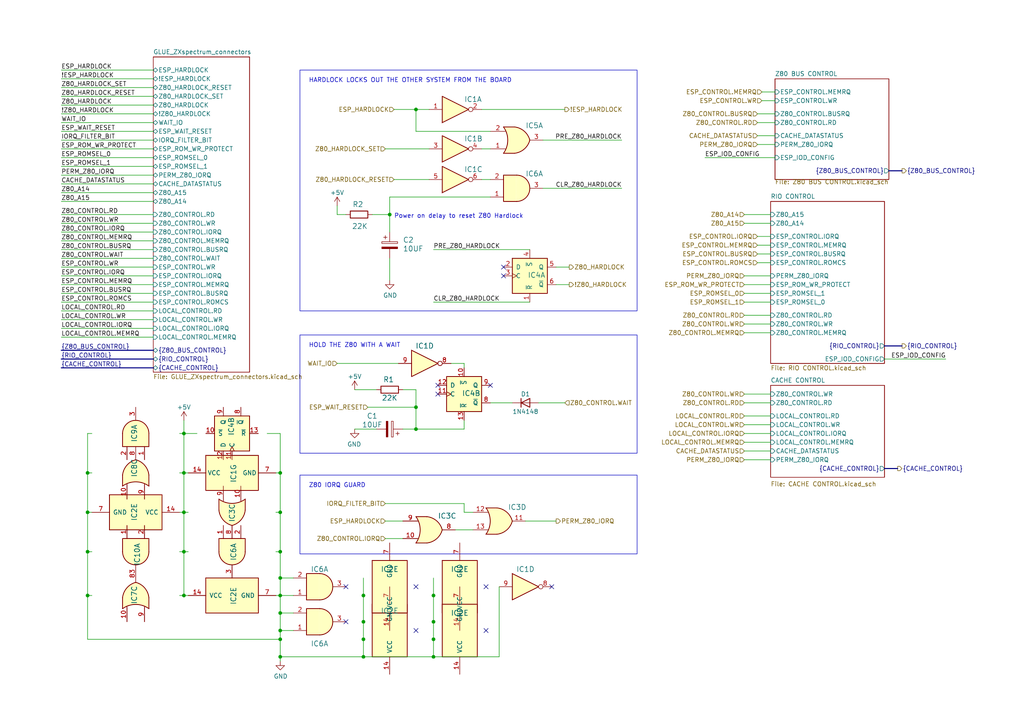
<source format=kicad_sch>
(kicad_sch (version 20230121) (generator eeschema)
  (paper "A4")
  (lib_symbols
    (symbol "74xx:74HC04"
      (property "Reference" "U" (at 0 1.27 0))
      (property "Value" "74HC04" (at 0 -1.27 0))
      (symbol "74HC04_1_0"
        (polyline (pts (xy -3.81 3.81) (xy -3.81 -3.81) (xy 3.81 0) (xy -3.81 3.81)) (stroke (width 0.254)) (fill (type background)))
        (pin input line (at -7.62 0 0) (length 3.81) (name "~") (number "1"))
        (pin output inverted (at 7.62 0 180) (length 3.81) (name "~") (number "2"))
      )
      (symbol "74HC04_2_0"
        (polyline (pts (xy -3.81 3.81) (xy -3.81 -3.81) (xy 3.81 0) (xy -3.81 3.81)) (stroke (width 0.254)) (fill (type background)))
        (pin input line (at -7.62 0 0) (length 3.81) (name "~") (number "3"))
        (pin output inverted (at 7.62 0 180) (length 3.81) (name "~") (number "4"))
      )
      (symbol "74HC04_3_0"
        (polyline (pts (xy -3.81 3.81) (xy -3.81 -3.81) (xy 3.81 0) (xy -3.81 3.81)) (stroke (width 0.254)) (fill (type background)))
        (pin input line (at -7.62 0 0) (length 3.81) (name "~") (number "5"))
        (pin output inverted (at 7.62 0 180) (length 3.81) (name "~") (number "6"))
      )
      (symbol "74HC04_4_0"
        (polyline (pts (xy -3.81 3.81) (xy -3.81 -3.81) (xy 3.81 0) (xy -3.81 3.81)) (stroke (width 0.254)) (fill (type background)))
        (pin output inverted (at 7.62 0 180) (length 3.81) (name "~") (number "8"))
        (pin input line (at -7.62 0 0) (length 3.81) (name "~") (number "9"))
      )
      (symbol "74HC04_5_0"
        (polyline (pts (xy -3.81 3.81) (xy -3.81 -3.81) (xy 3.81 0) (xy -3.81 3.81)) (stroke (width 0.254)) (fill (type background)))
        (pin output inverted (at 7.62 0 180) (length 3.81) (name "~") (number "10"))
        (pin input line (at -7.62 0 0) (length 3.81) (name "~") (number "11"))
      )
      (symbol "74HC04_6_0"
        (polyline (pts (xy -3.81 3.81) (xy -3.81 -3.81) (xy 3.81 0) (xy -3.81 3.81)) (stroke (width 0.254)) (fill (type background)))
        (pin output inverted (at 7.62 0 180) (length 3.81) (name "~") (number "12"))
        (pin input line (at -7.62 0 0) (length 3.81) (name "~") (number "13"))
      )
      (symbol "74HC04_7_0"
        (pin power_in line (at 0 12.7 270) (length 5.08) (name "VCC") (number "14"))
        (pin power_in line (at 0 -12.7 90) (length 5.08) (name "GND") (number "7"))
      )
      (symbol "74HC04_7_1"
        (rectangle (start -5.08 7.62) (end 5.08 -7.62) (stroke (width 0.254)) (fill (type background)))
      )
    )
    (symbol "74xx:74HC74" (pin_names (offset 1.016))
      (property "Reference" "U" (at -7.62 8.89 0))
      (property "Value" "74HC74" (at -7.62 -8.89 0))
      (symbol "74HC74_1_0"
        (pin input line (at 0 -7.62 90) (length 2.54) (name "~{R}") (number "1"))
        (pin input line (at -7.62 2.54 0) (length 2.54) (name "D") (number "2"))
        (pin input clock (at -7.62 0 0) (length 2.54) (name "C") (number "3"))
        (pin input line (at 0 7.62 270) (length 2.54) (name "~{S}") (number "4"))
        (pin output line (at 7.62 2.54 180) (length 2.54) (name "Q") (number "5"))
        (pin output line (at 7.62 -2.54 180) (length 2.54) (name "~{Q}") (number "6"))
      )
      (symbol "74HC74_1_1"
        (rectangle (start -5.08 5.08) (end 5.08 -5.08) (stroke (width 0.254)) (fill (type background)))
      )
      (symbol "74HC74_2_0"
        (pin input line (at 0 7.62 270) (length 2.54) (name "~{S}") (number "10"))
        (pin input clock (at -7.62 0 0) (length 2.54) (name "C") (number "11"))
        (pin input line (at -7.62 2.54 0) (length 2.54) (name "D") (number "12"))
        (pin input line (at 0 -7.62 90) (length 2.54) (name "~{R}") (number "13"))
        (pin output line (at 7.62 -2.54 180) (length 2.54) (name "~{Q}") (number "8"))
        (pin output line (at 7.62 2.54 180) (length 2.54) (name "Q") (number "9"))
      )
      (symbol "74HC74_2_1"
        (rectangle (start -5.08 5.08) (end 5.08 -5.08) (stroke (width 0.254)) (fill (type background)))
      )
      (symbol "74HC74_3_0"
        (pin power_in line (at 0 10.16 270) (length 2.54) (name "VCC") (number "14"))
        (pin power_in line (at 0 -10.16 90) (length 2.54) (name "GND") (number "7"))
      )
      (symbol "74HC74_3_1"
        (rectangle (start -5.08 7.62) (end 5.08 -7.62) (stroke (width 0.254)) (fill (type background)))
      )
    )
    (symbol "74xx:74LS08" (pin_names (offset 1.016))
      (property "Reference" "U" (at 0 1.27 0))
      (property "Value" "74LS08" (at 0 -1.27 0))
      (symbol "74LS08_1_1"
        (arc (start 0 -3.81) (mid 3.7934 0) (end 0 3.81) (stroke (width 0.254)) (fill (type background)))
        (polyline (pts (xy 0 3.81) (xy -3.81 3.81) (xy -3.81 -3.81) (xy 0 -3.81)) (stroke (width 0.254)) (fill (type background)))
        (pin input line (at -7.62 2.54 0) (length 3.81) (name "~") (number "1"))
        (pin input line (at -7.62 -2.54 0) (length 3.81) (name "~") (number "2"))
        (pin output line (at 7.62 0 180) (length 3.81) (name "~") (number "3"))
      )
      (symbol "74LS08_1_2"
        (arc (start -3.81 -3.81) (mid -2.589 0) (end -3.81 3.81) (stroke (width 0.254)))
        (arc (start -0.6096 -3.81) (mid 2.1842 -2.5851) (end 3.81 0) (stroke (width 0.254)) (fill (type background)))
        (polyline (pts (xy -3.81 -3.81) (xy -0.635 -3.81)) (stroke (width 0.254)) (fill (type background)))
        (polyline (pts (xy -3.81 3.81) (xy -0.635 3.81)) (stroke (width 0.254)) (fill (type background)))
        (polyline (pts (xy -0.635 3.81) (xy -3.81 3.81) (xy -3.81 3.81) (xy -3.556 3.4036) (xy -3.0226 2.2606) (xy -2.6924 1.0414) (xy -2.6162 -0.254) (xy -2.7686 -1.4986) (xy -3.175 -2.7178) (xy -3.81 -3.81) (xy -3.81 -3.81) (xy -0.635 -3.81)) (stroke (width -25.4)) (fill (type background)))
        (arc (start 3.81 0) (mid 2.1915 2.5936) (end -0.6096 3.81) (stroke (width 0.254)) (fill (type background)))
        (pin input inverted (at -7.62 2.54 0) (length 4.318) (name "~") (number "1"))
        (pin input inverted (at -7.62 -2.54 0) (length 4.318) (name "~") (number "2"))
        (pin output inverted (at 7.62 0 180) (length 3.81) (name "~") (number "3"))
      )
      (symbol "74LS08_2_1"
        (arc (start 0 -3.81) (mid 3.7934 0) (end 0 3.81) (stroke (width 0.254)) (fill (type background)))
        (polyline (pts (xy 0 3.81) (xy -3.81 3.81) (xy -3.81 -3.81) (xy 0 -3.81)) (stroke (width 0.254)) (fill (type background)))
        (pin input line (at -7.62 2.54 0) (length 3.81) (name "~") (number "4"))
        (pin input line (at -7.62 -2.54 0) (length 3.81) (name "~") (number "5"))
        (pin output line (at 7.62 0 180) (length 3.81) (name "~") (number "6"))
      )
      (symbol "74LS08_2_2"
        (arc (start -3.81 -3.81) (mid -2.589 0) (end -3.81 3.81) (stroke (width 0.254)))
        (arc (start -0.6096 -3.81) (mid 2.1842 -2.5851) (end 3.81 0) (stroke (width 0.254)) (fill (type background)))
        (polyline (pts (xy -3.81 -3.81) (xy -0.635 -3.81)) (stroke (width 0.254)) (fill (type background)))
        (polyline (pts (xy -3.81 3.81) (xy -0.635 3.81)) (stroke (width 0.254)) (fill (type background)))
        (polyline (pts (xy -0.635 3.81) (xy -3.81 3.81) (xy -3.81 3.81) (xy -3.556 3.4036) (xy -3.0226 2.2606) (xy -2.6924 1.0414) (xy -2.6162 -0.254) (xy -2.7686 -1.4986) (xy -3.175 -2.7178) (xy -3.81 -3.81) (xy -3.81 -3.81) (xy -0.635 -3.81)) (stroke (width -25.4)) (fill (type background)))
        (arc (start 3.81 0) (mid 2.1915 2.5936) (end -0.6096 3.81) (stroke (width 0.254)) (fill (type background)))
        (pin input inverted (at -7.62 2.54 0) (length 4.318) (name "~") (number "4"))
        (pin input inverted (at -7.62 -2.54 0) (length 4.318) (name "~") (number "5"))
        (pin output inverted (at 7.62 0 180) (length 3.81) (name "~") (number "6"))
      )
      (symbol "74LS08_3_1"
        (arc (start 0 -3.81) (mid 3.7934 0) (end 0 3.81) (stroke (width 0.254)) (fill (type background)))
        (polyline (pts (xy 0 3.81) (xy -3.81 3.81) (xy -3.81 -3.81) (xy 0 -3.81)) (stroke (width 0.254)) (fill (type background)))
        (pin input line (at -7.62 -2.54 0) (length 3.81) (name "~") (number "10"))
        (pin output line (at 7.62 0 180) (length 3.81) (name "~") (number "8"))
        (pin input line (at -7.62 2.54 0) (length 3.81) (name "~") (number "9"))
      )
      (symbol "74LS08_3_2"
        (arc (start -3.81 -3.81) (mid -2.589 0) (end -3.81 3.81) (stroke (width 0.254)))
        (arc (start -0.6096 -3.81) (mid 2.1842 -2.5851) (end 3.81 0) (stroke (width 0.254)) (fill (type background)))
        (polyline (pts (xy -3.81 -3.81) (xy -0.635 -3.81)) (stroke (width 0.254)) (fill (type background)))
        (polyline (pts (xy -3.81 3.81) (xy -0.635 3.81)) (stroke (width 0.254)) (fill (type background)))
        (polyline (pts (xy -0.635 3.81) (xy -3.81 3.81) (xy -3.81 3.81) (xy -3.556 3.4036) (xy -3.0226 2.2606) (xy -2.6924 1.0414) (xy -2.6162 -0.254) (xy -2.7686 -1.4986) (xy -3.175 -2.7178) (xy -3.81 -3.81) (xy -3.81 -3.81) (xy -0.635 -3.81)) (stroke (width -25.4)) (fill (type background)))
        (arc (start 3.81 0) (mid 2.1915 2.5936) (end -0.6096 3.81) (stroke (width 0.254)) (fill (type background)))
        (pin input inverted (at -7.62 -2.54 0) (length 4.318) (name "~") (number "10"))
        (pin output inverted (at 7.62 0 180) (length 3.81) (name "~") (number "8"))
        (pin input inverted (at -7.62 2.54 0) (length 4.318) (name "~") (number "9"))
      )
      (symbol "74LS08_4_1"
        (arc (start 0 -3.81) (mid 3.7934 0) (end 0 3.81) (stroke (width 0.254)) (fill (type background)))
        (polyline (pts (xy 0 3.81) (xy -3.81 3.81) (xy -3.81 -3.81) (xy 0 -3.81)) (stroke (width 0.254)) (fill (type background)))
        (pin output line (at 7.62 0 180) (length 3.81) (name "~") (number "11"))
        (pin input line (at -7.62 2.54 0) (length 3.81) (name "~") (number "12"))
        (pin input line (at -7.62 -2.54 0) (length 3.81) (name "~") (number "13"))
      )
      (symbol "74LS08_4_2"
        (arc (start -3.81 -3.81) (mid -2.589 0) (end -3.81 3.81) (stroke (width 0.254)))
        (arc (start -0.6096 -3.81) (mid 2.1842 -2.5851) (end 3.81 0) (stroke (width 0.254)) (fill (type background)))
        (polyline (pts (xy -3.81 -3.81) (xy -0.635 -3.81)) (stroke (width 0.254)) (fill (type background)))
        (polyline (pts (xy -3.81 3.81) (xy -0.635 3.81)) (stroke (width 0.254)) (fill (type background)))
        (polyline (pts (xy -0.635 3.81) (xy -3.81 3.81) (xy -3.81 3.81) (xy -3.556 3.4036) (xy -3.0226 2.2606) (xy -2.6924 1.0414) (xy -2.6162 -0.254) (xy -2.7686 -1.4986) (xy -3.175 -2.7178) (xy -3.81 -3.81) (xy -3.81 -3.81) (xy -0.635 -3.81)) (stroke (width -25.4)) (fill (type background)))
        (arc (start 3.81 0) (mid 2.1915 2.5936) (end -0.6096 3.81) (stroke (width 0.254)) (fill (type background)))
        (pin output inverted (at 7.62 0 180) (length 3.81) (name "~") (number "11"))
        (pin input inverted (at -7.62 2.54 0) (length 4.318) (name "~") (number "12"))
        (pin input inverted (at -7.62 -2.54 0) (length 4.318) (name "~") (number "13"))
      )
      (symbol "74LS08_5_0"
        (pin power_in line (at 0 12.7 270) (length 5.08) (name "VCC") (number "14"))
        (pin power_in line (at 0 -12.7 90) (length 5.08) (name "GND") (number "7"))
      )
      (symbol "74LS08_5_1"
        (rectangle (start -5.08 7.62) (end 5.08 -7.62) (stroke (width 0.254)) (fill (type background)))
      )
    )
    (symbol "74xx:74LS32" (pin_names (offset 1.016))
      (property "Reference" "U" (at 0 1.27 0))
      (property "Value" "74LS32" (at 0 -1.27 0))
      (symbol "74LS32_1_1"
        (arc (start -3.81 -3.81) (mid -2.589 0) (end -3.81 3.81) (stroke (width 0.254)))
        (arc (start -0.6096 -3.81) (mid 2.1842 -2.5851) (end 3.81 0) (stroke (width 0.254)) (fill (type background)))
        (polyline (pts (xy -3.81 -3.81) (xy -0.635 -3.81)) (stroke (width 0.254)) (fill (type background)))
        (polyline (pts (xy -3.81 3.81) (xy -0.635 3.81)) (stroke (width 0.254)) (fill (type background)))
        (polyline (pts (xy -0.635 3.81) (xy -3.81 3.81) (xy -3.81 3.81) (xy -3.556 3.4036) (xy -3.0226 2.2606) (xy -2.6924 1.0414) (xy -2.6162 -0.254) (xy -2.7686 -1.4986) (xy -3.175 -2.7178) (xy -3.81 -3.81) (xy -3.81 -3.81) (xy -0.635 -3.81)) (stroke (width -25.4)) (fill (type background)))
        (arc (start 3.81 0) (mid 2.1915 2.5936) (end -0.6096 3.81) (stroke (width 0.254)) (fill (type background)))
        (pin input line (at -7.62 2.54 0) (length 4.318) (name "~") (number "1"))
        (pin input line (at -7.62 -2.54 0) (length 4.318) (name "~") (number "2"))
        (pin output line (at 7.62 0 180) (length 3.81) (name "~") (number "3"))
      )
      (symbol "74LS32_1_2"
        (arc (start 0 -3.81) (mid 3.7934 0) (end 0 3.81) (stroke (width 0.254)) (fill (type background)))
        (polyline (pts (xy 0 3.81) (xy -3.81 3.81) (xy -3.81 -3.81) (xy 0 -3.81)) (stroke (width 0.254)) (fill (type background)))
        (pin input inverted (at -7.62 2.54 0) (length 3.81) (name "~") (number "1"))
        (pin input inverted (at -7.62 -2.54 0) (length 3.81) (name "~") (number "2"))
        (pin output inverted (at 7.62 0 180) (length 3.81) (name "~") (number "3"))
      )
      (symbol "74LS32_2_1"
        (arc (start -3.81 -3.81) (mid -2.589 0) (end -3.81 3.81) (stroke (width 0.254)))
        (arc (start -0.6096 -3.81) (mid 2.1842 -2.5851) (end 3.81 0) (stroke (width 0.254)) (fill (type background)))
        (polyline (pts (xy -3.81 -3.81) (xy -0.635 -3.81)) (stroke (width 0.254)) (fill (type background)))
        (polyline (pts (xy -3.81 3.81) (xy -0.635 3.81)) (stroke (width 0.254)) (fill (type background)))
        (polyline (pts (xy -0.635 3.81) (xy -3.81 3.81) (xy -3.81 3.81) (xy -3.556 3.4036) (xy -3.0226 2.2606) (xy -2.6924 1.0414) (xy -2.6162 -0.254) (xy -2.7686 -1.4986) (xy -3.175 -2.7178) (xy -3.81 -3.81) (xy -3.81 -3.81) (xy -0.635 -3.81)) (stroke (width -25.4)) (fill (type background)))
        (arc (start 3.81 0) (mid 2.1915 2.5936) (end -0.6096 3.81) (stroke (width 0.254)) (fill (type background)))
        (pin input line (at -7.62 2.54 0) (length 4.318) (name "~") (number "4"))
        (pin input line (at -7.62 -2.54 0) (length 4.318) (name "~") (number "5"))
        (pin output line (at 7.62 0 180) (length 3.81) (name "~") (number "6"))
      )
      (symbol "74LS32_2_2"
        (arc (start 0 -3.81) (mid 3.7934 0) (end 0 3.81) (stroke (width 0.254)) (fill (type background)))
        (polyline (pts (xy 0 3.81) (xy -3.81 3.81) (xy -3.81 -3.81) (xy 0 -3.81)) (stroke (width 0.254)) (fill (type background)))
        (pin input inverted (at -7.62 2.54 0) (length 3.81) (name "~") (number "4"))
        (pin input inverted (at -7.62 -2.54 0) (length 3.81) (name "~") (number "5"))
        (pin output inverted (at 7.62 0 180) (length 3.81) (name "~") (number "6"))
      )
      (symbol "74LS32_3_1"
        (arc (start -3.81 -3.81) (mid -2.589 0) (end -3.81 3.81) (stroke (width 0.254)))
        (arc (start -0.6096 -3.81) (mid 2.1842 -2.5851) (end 3.81 0) (stroke (width 0.254)) (fill (type background)))
        (polyline (pts (xy -3.81 -3.81) (xy -0.635 -3.81)) (stroke (width 0.254)) (fill (type background)))
        (polyline (pts (xy -3.81 3.81) (xy -0.635 3.81)) (stroke (width 0.254)) (fill (type background)))
        (polyline (pts (xy -0.635 3.81) (xy -3.81 3.81) (xy -3.81 3.81) (xy -3.556 3.4036) (xy -3.0226 2.2606) (xy -2.6924 1.0414) (xy -2.6162 -0.254) (xy -2.7686 -1.4986) (xy -3.175 -2.7178) (xy -3.81 -3.81) (xy -3.81 -3.81) (xy -0.635 -3.81)) (stroke (width -25.4)) (fill (type background)))
        (arc (start 3.81 0) (mid 2.1915 2.5936) (end -0.6096 3.81) (stroke (width 0.254)) (fill (type background)))
        (pin input line (at -7.62 -2.54 0) (length 4.318) (name "~") (number "10"))
        (pin output line (at 7.62 0 180) (length 3.81) (name "~") (number "8"))
        (pin input line (at -7.62 2.54 0) (length 4.318) (name "~") (number "9"))
      )
      (symbol "74LS32_3_2"
        (arc (start 0 -3.81) (mid 3.7934 0) (end 0 3.81) (stroke (width 0.254)) (fill (type background)))
        (polyline (pts (xy 0 3.81) (xy -3.81 3.81) (xy -3.81 -3.81) (xy 0 -3.81)) (stroke (width 0.254)) (fill (type background)))
        (pin input inverted (at -7.62 -2.54 0) (length 3.81) (name "~") (number "10"))
        (pin output inverted (at 7.62 0 180) (length 3.81) (name "~") (number "8"))
        (pin input inverted (at -7.62 2.54 0) (length 3.81) (name "~") (number "9"))
      )
      (symbol "74LS32_4_1"
        (arc (start -3.81 -3.81) (mid -2.589 0) (end -3.81 3.81) (stroke (width 0.254)))
        (arc (start -0.6096 -3.81) (mid 2.1842 -2.5851) (end 3.81 0) (stroke (width 0.254)) (fill (type background)))
        (polyline (pts (xy -3.81 -3.81) (xy -0.635 -3.81)) (stroke (width 0.254)) (fill (type background)))
        (polyline (pts (xy -3.81 3.81) (xy -0.635 3.81)) (stroke (width 0.254)) (fill (type background)))
        (polyline (pts (xy -0.635 3.81) (xy -3.81 3.81) (xy -3.81 3.81) (xy -3.556 3.4036) (xy -3.0226 2.2606) (xy -2.6924 1.0414) (xy -2.6162 -0.254) (xy -2.7686 -1.4986) (xy -3.175 -2.7178) (xy -3.81 -3.81) (xy -3.81 -3.81) (xy -0.635 -3.81)) (stroke (width -25.4)) (fill (type background)))
        (arc (start 3.81 0) (mid 2.1915 2.5936) (end -0.6096 3.81) (stroke (width 0.254)) (fill (type background)))
        (pin output line (at 7.62 0 180) (length 3.81) (name "~") (number "11"))
        (pin input line (at -7.62 2.54 0) (length 4.318) (name "~") (number "12"))
        (pin input line (at -7.62 -2.54 0) (length 4.318) (name "~") (number "13"))
      )
      (symbol "74LS32_4_2"
        (arc (start 0 -3.81) (mid 3.7934 0) (end 0 3.81) (stroke (width 0.254)) (fill (type background)))
        (polyline (pts (xy 0 3.81) (xy -3.81 3.81) (xy -3.81 -3.81) (xy 0 -3.81)) (stroke (width 0.254)) (fill (type background)))
        (pin output inverted (at 7.62 0 180) (length 3.81) (name "~") (number "11"))
        (pin input inverted (at -7.62 2.54 0) (length 3.81) (name "~") (number "12"))
        (pin input inverted (at -7.62 -2.54 0) (length 3.81) (name "~") (number "13"))
      )
      (symbol "74LS32_5_0"
        (pin power_in line (at 0 12.7 270) (length 5.08) (name "VCC") (number "14"))
        (pin power_in line (at 0 -12.7 90) (length 5.08) (name "GND") (number "7"))
      )
      (symbol "74LS32_5_1"
        (rectangle (start -5.08 7.62) (end 5.08 -7.62) (stroke (width 0.254)) (fill (type background)))
      )
    )
    (symbol "Device:C_Polarized" (pin_numbers hide) (pin_names (offset 0.254))
      (property "Reference" "C" (at 0.635 2.54 0))
      (property "Value" "C_Polarized" (at 0.635 -2.54 0))
      (symbol "C_Polarized_0_1"
        (rectangle (start -2.286 0.508) (end 2.286 1.016))
        (polyline (pts (xy -1.778 2.286) (xy -0.762 2.286)))
        (polyline (pts (xy -1.27 2.794) (xy -1.27 1.778)))
        (rectangle (start 2.286 -0.508) (end -2.286 -1.016) (fill (type outline)))
      )
      (symbol "C_Polarized_1_1"
        (pin passive line (at 0 3.81 270) (length 2.794) (name "~") (number "1"))
        (pin passive line (at 0 -3.81 90) (length 2.794) (name "~") (number "2"))
      )
    )
    (symbol "Device:D" (pin_numbers hide) (pin_names (offset 1.016) hide)
      (property "Reference" "D" (at 0 2.54 0))
      (property "Value" "D" (at 0 -2.54 0))
      (symbol "D_0_1"
        (polyline (pts (xy -1.27 1.27) (xy -1.27 -1.27)) (stroke (width 0.254)))
        (polyline (pts (xy 1.27 0) (xy -1.27 0)))
        (polyline (pts (xy 1.27 1.27) (xy 1.27 -1.27) (xy -1.27 0) (xy 1.27 1.27)) (stroke (width 0.254)))
      )
      (symbol "D_1_1"
        (pin passive line (at -3.81 0 0) (length 2.54) (name "K") (number "1"))
        (pin passive line (at 3.81 0 180) (length 2.54) (name "A") (number "2"))
      )
    )
    (symbol "Device:R" (pin_numbers hide) (pin_names (offset 0))
      (property "Reference" "R" (at 2.032 0 90))
      (property "Value" "R" (at 0 0 90))
      (symbol "R_0_1"
        (rectangle (start -1.016 -2.54) (end 1.016 2.54) (stroke (width 0.254)))
      )
      (symbol "R_1_1"
        (pin passive line (at 0 3.81 270) (length 1.27) (name "~") (number "1"))
        (pin passive line (at 0 -3.81 90) (length 1.27) (name "~") (number "2"))
      )
    )
    (symbol "power:+5V" (power) (pin_names (offset 0))
      (property "Value" "+5V" (at 0 3.556 0))
      (symbol "+5V_0_1"
        (polyline (pts (xy -0.762 1.27) (xy 0 2.54)))
        (polyline (pts (xy 0 0) (xy 0 2.54)))
        (polyline (pts (xy 0 2.54) (xy 0.762 1.27)))
      )
      (symbol "+5V_1_1"
        (pin power_in line (at 0 0 90) (length 0) hide (name "+5V") (number "1"))
      )
    )
    (symbol "power:GND" (power) (pin_names (offset 0))
      (property "Value" "GND" (at 0 -3.81 0))
      (symbol "GND_0_1"
        (polyline (pts (xy 0 0) (xy 0 -1.27) (xy 1.27 -1.27) (xy 0 -2.54) (xy -1.27 -1.27) (xy 0 -1.27)))
      )
      (symbol "GND_1_1"
        (pin power_in line (at 0 0 270) (length 0) hide (name "GND") (number "1"))
      )
    )
  )
  (junction (at 105.41 190.5))
  (junction (at 125.73 180.34))
  (junction (at 25.4 148.59))
  (junction (at 125.73 172.72))
  (junction (at 25.4 172.72))
  (junction (at 81.28 177.8))
  (junction (at 120.65 124.46))
  (junction (at 120.65 31.75))
  (junction (at 105.41 185.42))
  (junction (at 81.28 167.64))
  (junction (at 53.34 125.73))
  (junction (at 105.41 172.72))
  (junction (at 113.03 62.23))
  (junction (at 53.34 160.02))
  (junction (at 25.4 160.02))
  (junction (at 125.73 185.42))
  (junction (at 25.4 137.16))
  (junction (at 81.28 160.02))
  (junction (at 81.28 137.16))
  (junction (at 81.28 190.5))
  (junction (at 81.28 182.88))
  (junction (at 120.65 118.11))
  (junction (at 53.34 137.16))
  (junction (at 53.34 148.59))
  (junction (at 125.73 190.5))
  (junction (at 81.28 185.42))
  (junction (at 81.28 148.59))
  (junction (at 53.34 172.72))
  (junction (at 105.41 180.34))
  (junction (at 81.28 172.72))
  (no_connect (at 100.33 170.18))
  (no_connect (at 100.33 180.34))
  (no_connect (at 146.05 80.01))
  (no_connect (at 146.05 77.47))
  (no_connect (at 142.24 111.76))
  (no_connect (at 127 111.76))
  (no_connect (at 127 114.3))
  (no_connect (at 120.65 182.88))
  (no_connect (at 160.02 170.18))
  (no_connect (at 140.97 182.88))
  (no_connect (at 120.65 170.18))
  (no_connect (at 140.97 170.18))
  (wire (pts (xy 139.7 43.18) (xy 142.24 43.18)))
  (wire (pts (xy 220.98 29.21) (xy 224.79 29.21)))
  (wire (pts (xy 102.87 113.03) (xy 109.22 113.03)))
  (wire (pts (xy 80.01 172.72) (xy 81.28 172.72)))
  (wire (pts (xy 80.01 148.59) (xy 81.28 148.59)))
  (wire (pts (xy 113.03 57.15) (xy 142.24 57.15)))
  (wire (pts (xy 17.78 30.48) (xy 44.45 30.48)))
  (wire (pts (xy 144.78 190.5) (xy 125.73 190.5)))
  (wire (pts (xy 81.28 160.02) (xy 81.28 167.64)))
  (wire (pts (xy 53.34 160.02) (xy 54.61 160.02)))
  (wire (pts (xy 116.84 124.46) (xy 120.65 124.46)))
  (wire (pts (xy 157.48 54.61) (xy 180.34 54.61)))
  (wire (pts (xy 215.9 91.44) (xy 223.52 91.44)))
  (wire (pts (xy 17.78 67.31) (xy 44.45 67.31)))
  (wire (pts (xy 139.7 31.75) (xy 163.83 31.75)))
  (wire (pts (xy 80.01 137.16) (xy 81.28 137.16)))
  (wire (pts (xy 25.4 172.72) (xy 25.4 185.42)))
  (wire (pts (xy 215.9 85.09) (xy 223.52 85.09)))
  (wire (pts (xy 142.24 38.1) (xy 120.65 38.1)))
  (bus (pts (xy 17.78 101.6) (xy 44.45 101.6)))
  (wire (pts (xy 52.07 125.73) (xy 53.34 125.73)))
  (wire (pts (xy 81.28 182.88) (xy 85.09 182.88)))
  (wire (pts (xy 125.73 72.39) (xy 153.67 72.39)))
  (wire (pts (xy 81.28 185.42) (xy 81.28 190.5)))
  (wire (pts (xy 215.9 114.3) (xy 223.52 114.3)))
  (wire (pts (xy 81.28 190.5) (xy 81.28 191.77)))
  (wire (pts (xy 105.41 167.64) (xy 105.41 172.72)))
  (wire (pts (xy 17.78 22.86) (xy 44.45 22.86)))
  (wire (pts (xy 124.46 52.07) (xy 114.3 52.07)))
  (wire (pts (xy 53.34 121.92) (xy 53.34 125.73)))
  (wire (pts (xy 17.78 50.8) (xy 44.45 50.8)))
  (wire (pts (xy 53.34 137.16) (xy 54.61 137.16)))
  (wire (pts (xy 17.78 77.47) (xy 44.45 77.47)))
  (wire (pts (xy 165.1 77.47) (xy 161.29 77.47)))
  (wire (pts (xy 116.84 151.13) (xy 111.76 151.13)))
  (wire (pts (xy 215.9 125.73) (xy 223.52 125.73)))
  (wire (pts (xy 124.46 43.18) (xy 111.76 43.18)))
  (wire (pts (xy 81.28 137.16) (xy 81.28 148.59)))
  (wire (pts (xy 17.78 58.42) (xy 44.45 58.42)))
  (wire (pts (xy 97.79 105.41) (xy 115.57 105.41)))
  (wire (pts (xy 223.52 133.35) (xy 215.9 133.35)))
  (wire (pts (xy 17.78 45.72) (xy 44.45 45.72)))
  (wire (pts (xy 25.4 160.02) (xy 26.67 160.02)))
  (wire (pts (xy 111.76 146.05) (xy 134.62 146.05)))
  (wire (pts (xy 215.9 80.01) (xy 223.52 80.01)))
  (wire (pts (xy 17.78 82.55) (xy 44.45 82.55)))
  (wire (pts (xy 142.24 116.84) (xy 148.59 116.84)))
  (wire (pts (xy 157.48 40.64) (xy 180.34 40.64)))
  (wire (pts (xy 219.71 41.91) (xy 224.79 41.91)))
  (wire (pts (xy 17.78 27.94) (xy 44.45 27.94)))
  (wire (pts (xy 105.41 185.42) (xy 105.41 190.5)))
  (wire (pts (xy 17.78 33.02) (xy 44.45 33.02)))
  (wire (pts (xy 120.65 113.03) (xy 116.84 113.03)))
  (wire (pts (xy 152.4 151.13) (xy 161.29 151.13)))
  (wire (pts (xy 85.09 177.8) (xy 81.28 177.8)))
  (wire (pts (xy 144.78 170.18) (xy 144.78 190.5)))
  (wire (pts (xy 219.71 35.56) (xy 224.79 35.56)))
  (wire (pts (xy 139.7 52.07) (xy 142.24 52.07)))
  (bus (pts (xy 17.78 104.14) (xy 44.45 104.14)))
  (wire (pts (xy 125.73 185.42) (xy 125.73 190.5)))
  (wire (pts (xy 25.4 172.72) (xy 26.67 172.72)))
  (wire (pts (xy 156.21 116.84) (xy 163.83 116.84)))
  (wire (pts (xy 120.65 124.46) (xy 134.62 124.46)))
  (wire (pts (xy 25.4 148.59) (xy 25.4 160.02)))
  (wire (pts (xy 256.54 104.14) (xy 274.32 104.14)))
  (wire (pts (xy 81.28 148.59) (xy 81.28 160.02)))
  (wire (pts (xy 161.29 82.55) (xy 165.1 82.55)))
  (wire (pts (xy 17.78 62.23) (xy 44.45 62.23)))
  (wire (pts (xy 81.28 182.88) (xy 81.28 185.42)))
  (wire (pts (xy 120.65 118.11) (xy 120.65 124.46)))
  (wire (pts (xy 17.78 55.88) (xy 44.45 55.88)))
  (wire (pts (xy 97.79 59.69) (xy 97.79 62.23)))
  (wire (pts (xy 52.07 148.59) (xy 53.34 148.59)))
  (wire (pts (xy 105.41 172.72) (xy 105.41 180.34)))
  (wire (pts (xy 132.08 153.67) (xy 137.16 153.67)))
  (wire (pts (xy 220.98 26.67) (xy 224.79 26.67)))
  (wire (pts (xy 81.28 172.72) (xy 81.28 177.8)))
  (wire (pts (xy 53.34 125.73) (xy 53.34 137.16)))
  (wire (pts (xy 219.71 33.02) (xy 224.79 33.02)))
  (wire (pts (xy 17.78 72.39) (xy 44.45 72.39)))
  (wire (pts (xy 215.9 82.55) (xy 223.52 82.55)))
  (wire (pts (xy 120.65 31.75) (xy 114.3 31.75)))
  (wire (pts (xy 215.9 62.23) (xy 223.52 62.23)))
  (wire (pts (xy 137.16 148.59) (xy 134.62 148.59)))
  (wire (pts (xy 219.71 71.12) (xy 223.52 71.12)))
  (wire (pts (xy 97.79 62.23) (xy 100.33 62.23)))
  (wire (pts (xy 26.67 125.73) (xy 25.4 125.73)))
  (wire (pts (xy 17.78 87.63) (xy 44.45 87.63)))
  (wire (pts (xy 125.73 167.64) (xy 125.73 172.72)))
  (wire (pts (xy 17.78 97.79) (xy 44.45 97.79)))
  (wire (pts (xy 81.28 167.64) (xy 85.09 167.64)))
  (wire (pts (xy 219.71 76.2) (xy 223.52 76.2)))
  (wire (pts (xy 134.62 106.68) (xy 134.62 105.41)))
  (wire (pts (xy 215.9 120.65) (xy 223.52 120.65)))
  (wire (pts (xy 134.62 148.59) (xy 134.62 146.05)))
  (wire (pts (xy 53.34 160.02) (xy 53.34 172.72)))
  (wire (pts (xy 17.78 92.71) (xy 44.45 92.71)))
  (wire (pts (xy 17.78 53.34) (xy 44.45 53.34)))
  (wire (pts (xy 17.78 69.85) (xy 44.45 69.85)))
  (wire (pts (xy 17.78 85.09) (xy 44.45 85.09)))
  (wire (pts (xy 17.78 80.01) (xy 44.45 80.01)))
  (wire (pts (xy 81.28 167.64) (xy 81.28 172.72)))
  (wire (pts (xy 204.47 45.72) (xy 224.79 45.72)))
  (bus (pts (xy 260.35 135.89) (xy 256.54 135.89)))
  (wire (pts (xy 17.78 43.18) (xy 44.45 43.18)))
  (wire (pts (xy 219.71 68.58) (xy 223.52 68.58)))
  (wire (pts (xy 215.9 93.98) (xy 223.52 93.98)))
  (wire (pts (xy 215.9 128.27) (xy 223.52 128.27)))
  (wire (pts (xy 120.65 38.1) (xy 120.65 31.75)))
  (wire (pts (xy 80.01 160.02) (xy 81.28 160.02)))
  (wire (pts (xy 17.78 64.77) (xy 44.45 64.77)))
  (wire (pts (xy 77.47 125.73) (xy 81.28 125.73)))
  (wire (pts (xy 17.78 40.64) (xy 44.45 40.64)))
  (wire (pts (xy 53.34 148.59) (xy 53.34 160.02)))
  (wire (pts (xy 17.78 95.25) (xy 44.45 95.25)))
  (wire (pts (xy 17.78 38.1) (xy 44.45 38.1)))
  (wire (pts (xy 17.78 35.56) (xy 44.45 35.56)))
  (wire (pts (xy 116.84 156.21) (xy 111.76 156.21)))
  (wire (pts (xy 105.41 180.34) (xy 105.41 185.42)))
  (wire (pts (xy 25.4 148.59) (xy 26.67 148.59)))
  (wire (pts (xy 130.81 105.41) (xy 134.62 105.41)))
  (wire (pts (xy 215.9 96.52) (xy 223.52 96.52)))
  (bus (pts (xy 17.78 106.68) (xy 44.45 106.68)))
  (wire (pts (xy 52.07 172.72) (xy 53.34 172.72)))
  (wire (pts (xy 120.65 113.03) (xy 120.65 118.11)))
  (wire (pts (xy 107.95 62.23) (xy 113.03 62.23)))
  (wire (pts (xy 113.03 62.23) (xy 113.03 67.31)))
  (wire (pts (xy 215.9 64.77) (xy 223.52 64.77)))
  (wire (pts (xy 125.73 172.72) (xy 125.73 180.34)))
  (wire (pts (xy 53.34 137.16) (xy 53.34 148.59)))
  (wire (pts (xy 53.34 148.59) (xy 54.61 148.59)))
  (wire (pts (xy 125.73 87.63) (xy 153.67 87.63)))
  (wire (pts (xy 52.07 137.16) (xy 53.34 137.16)))
  (wire (pts (xy 113.03 57.15) (xy 113.03 62.23)))
  (wire (pts (xy 215.9 130.81) (xy 223.52 130.81)))
  (wire (pts (xy 105.41 190.5) (xy 81.28 190.5)))
  (wire (pts (xy 25.4 125.73) (xy 25.4 137.16)))
  (wire (pts (xy 25.4 160.02) (xy 25.4 172.72)))
  (wire (pts (xy 17.78 74.93) (xy 44.45 74.93)))
  (wire (pts (xy 215.9 87.63) (xy 223.52 87.63)))
  (wire (pts (xy 125.73 180.34) (xy 125.73 185.42)))
  (wire (pts (xy 125.73 190.5) (xy 105.41 190.5)))
  (wire (pts (xy 17.78 48.26) (xy 44.45 48.26)))
  (wire (pts (xy 219.71 73.66) (xy 223.52 73.66)))
  (wire (pts (xy 25.4 137.16) (xy 26.67 137.16)))
  (wire (pts (xy 17.78 20.32) (xy 44.45 20.32)))
  (wire (pts (xy 219.71 39.37) (xy 224.79 39.37)))
  (wire (pts (xy 53.34 125.73) (xy 57.15 125.73)))
  (wire (pts (xy 113.03 74.93) (xy 113.03 81.28)))
  (wire (pts (xy 53.34 172.72) (xy 54.61 172.72)))
  (bus (pts (xy 257.81 49.53) (xy 261.62 49.53)))
  (wire (pts (xy 124.46 31.75) (xy 120.65 31.75)))
  (wire (pts (xy 215.9 116.84) (xy 223.52 116.84)))
  (wire (pts (xy 25.4 137.16) (xy 25.4 148.59)))
  (wire (pts (xy 215.9 123.19) (xy 223.52 123.19)))
  (wire (pts (xy 17.78 90.17) (xy 44.45 90.17)))
  (bus (pts (xy 256.54 100.33) (xy 261.62 100.33)))
  (wire (pts (xy 102.87 124.46) (xy 109.22 124.46)))
  (wire (pts (xy 134.62 124.46) (xy 134.62 121.92)))
  (wire (pts (xy 25.4 185.42) (xy 81.28 185.42)))
  (wire (pts (xy 81.28 172.72) (xy 85.09 172.72)))
  (wire (pts (xy 81.28 125.73) (xy 81.28 137.16)))
  (wire (pts (xy 106.68 118.11) (xy 120.65 118.11)))
  (wire (pts (xy 81.28 177.8) (xy 81.28 182.88)))
  (wire (pts (xy 17.78 25.4) (xy 44.45 25.4)))
  (wire (pts (xy 52.07 160.02) (xy 53.34 160.02)))
  (rectangle (start 86.995 97.155) (end 184.785 131.445))
  (rectangle (start 86.995 20.32) (end 184.785 90.17))
  (rectangle (start 86.995 137.795) (end 184.785 160.655))
  (text "HARDLOCK LOCKS OUT THE OTHER SYSTEM FROM THE BOARD" (at 89.535 24.13 0) (effects (font (size 1.27 1.27)) (justify left bottom)))
  (text "Power on delay to reset Z80 Hardlock\n" (at 114.3 63.5 0) (effects (font (size 1.27 1.27)) (justify left bottom)))
  (text "HOLD THE Z80 WITH A WAIT" (at 89.535 100.965 0) (effects (font (size 1.27 1.27)) (justify left bottom)))
  (text "Z80 IORQ GUARD" (at 89.535 141.605 0) (effects (font (size 1.27 1.27)) (justify left bottom)))
  (label "ESP_ROMSEL_0" (at 17.78 45.72 0))
  (label "Z80_CONTROL.IORQ" (at 17.78 67.31 0))
  (label "ESP_CONTROL.MEMRQ" (at 17.78 82.55 0))
  (label "Z80_HARDLOCK" (at 17.78 30.48 0))
  (label "IORQ_FILTER_BIT" (at 17.78 40.64 0))
  (label "!ESP_HARDLOCK" (at 17.78 22.86 0))
  (label "Z80_CONTROL.WR" (at 17.78 64.77 0))
  (label "ESP_CONTROL.WR" (at 17.78 77.47 0))
  (label "CLR_Z80_HARDLOCK" (at 125.73 87.63 0))
  (label "ESP_HARDLOCK" (at 17.78 20.32 0))
  (label "PRE_Z80_HARDLOCK" (at 180.34 40.64 180))
  (label "Z80_A15" (at 17.78 58.42 0))
  (label "{RIO_CONTROL}" (at 17.78 104.14 0))
  (label "ESP_IOD_CONFIG" (at 204.47 45.72 0))
  (label "{Z80_BUS_CONTROL}" (at 17.78 101.6 0))
  (label "ESP_IOD_CONFIG" (at 274.32 104.14 180))
  (label "LOCAL_CONTROL.WR" (at 17.78 92.71 0))
  (label "LOCAL_CONTROL.IORQ" (at 17.78 95.25 0))
  (label "ESP_CONTROL.IORQ" (at 17.78 80.01 0))
  (label "CLR_Z80_HARDLOCK" (at 180.34 54.61 180))
  (label "PRE_Z80_HARDLOCK" (at 125.73 72.39 0))
  (label "PERM_Z80_IORQ" (at 17.78 50.8 0))
  (label "Z80_CONTROL.RD" (at 17.78 62.23 0))
  (label "Z80_HARDLOCK_SET" (at 17.78 25.4 0))
  (label "CACHE_DATASTATUS" (at 17.78 53.34 0))
  (label "{CACHE_CONTROL}" (at 17.78 106.68 0))
  (label "Z80_HARDLOCK_RESET" (at 17.78 27.94 0))
  (label "ESP_ROM_WR_PROTECT" (at 17.78 43.18 0))
  (label "ESP_WAIT_RESET" (at 17.78 38.1 0))
  (label "ESP_CONTROL.ROMCS" (at 17.78 87.63 0))
  (label "WAIT_IO" (at 17.78 35.56 0))
  (label "ESP_ROMSEL_1" (at 17.78 48.26 0))
  (label "Z80_A14" (at 17.78 55.88 0))
  (label "LOCAL_CONTROL.MEMRQ" (at 17.78 97.79 0))
  (label "LOCAL_CONTROL.RD" (at 17.78 90.17 0))
  (label "ESP_CONTROL.BUSRQ" (at 17.78 85.09 0))
  (label "Z80_CONTROL.BUSRQ" (at 17.78 72.39 0))
  (label "Z80_CONTROL.MEMRQ" (at 17.78 69.85 0))
  (label "Z80_CONTROL.WAIT" (at 17.78 74.93 0))
  (label "!Z80_HARDLOCK" (at 17.78 33.02 0))
  (hierarchical_label "PERM_Z80_IORQ" (shape output) (at 161.29 151.13 0))
  (hierarchical_label "{Z80_BUS_CONTROL}" (shape output) (at 261.62 49.53 0))
  (hierarchical_label "LOCAL_CONTROL.WR" (shape input) (at 215.9 123.19 180))
  (hierarchical_label "Z80_CONTROL.BUSRQ" (shape input) (at 219.71 33.02 180))
  (hierarchical_label "ESP_ROMSEL_0" (shape input) (at 215.9 85.09 180))
  (hierarchical_label "{RIO_CONTROL}" (shape output) (at 261.62 100.33 0))
  (hierarchical_label "ESP_CONTROL.MEMRQ" (shape input) (at 220.98 26.67 180))
  (hierarchical_label "ESP_ROMSEL_1" (shape input) (at 215.9 87.63 180))
  (hierarchical_label "WAIT_IO" (shape input) (at 97.79 105.41 180))
  (hierarchical_label "Z80_HARDLOCK" (shape output) (at 165.1 77.47 0))
  (hierarchical_label "LOCAL_CONTROL.IORQ" (shape input) (at 215.9 125.73 180))
  (hierarchical_label "Z80_CONTROL.WR" (shape input) (at 215.9 93.98 180))
  (hierarchical_label "CACHE_DATASTATUS" (shape input) (at 219.71 39.37 180))
  (hierarchical_label "Z80_CONTROL.MEMRQ" (shape input) (at 215.9 96.52 180))
  (hierarchical_label "Z80_CONTROL.RD" (shape input) (at 219.71 35.56 180))
  (hierarchical_label "LOCAL_CONTROL.RD" (shape input) (at 215.9 120.65 180))
  (hierarchical_label "{CACHE_CONTROL}" (shape output) (at 260.35 135.89 0))
  (hierarchical_label "ESP_HARDLOCK" (shape input) (at 111.76 151.13 180))
  (hierarchical_label "ESP_CONTROL.MEMRQ" (shape input) (at 219.71 71.12 180))
  (hierarchical_label "ESP_CONTROL.BUSRQ" (shape input) (at 219.71 73.66 180))
  (hierarchical_label "ESP_CONTROL.ROMCS" (shape input) (at 219.71 76.2 180))
  (hierarchical_label "Z80_CONTROL.RD" (shape input) (at 215.9 91.44 180))
  (hierarchical_label "Z80_A15" (shape input) (at 215.9 64.77 180))
  (hierarchical_label "Z80_CONTROL.IORQ" (shape input) (at 111.76 156.21 180))
  (hierarchical_label "ESP_CONTROL.WR" (shape input) (at 220.98 29.21 180))
  (hierarchical_label "CACHE_DATASTATUS" (shape input) (at 215.9 130.81 180))
  (hierarchical_label "ESP_HARDLOCK" (shape input) (at 114.3 31.75 180))
  (hierarchical_label "ESP_ROM_WR_PROTECT" (shape input) (at 215.9 82.55 180))
  (hierarchical_label "!ESP_HARDLOCK" (shape output) (at 163.83 31.75 0))
  (hierarchical_label "Z80_HARDLOCK_RESET" (shape input) (at 114.3 52.07 180))
  (hierarchical_label "IORQ_FILTER_BIT" (shape input) (at 111.76 146.05 180))
  (hierarchical_label "PERM_Z80_IORQ" (shape input) (at 215.9 80.01 180))
  (hierarchical_label "PERM_Z80_IORQ" (shape input) (at 215.9 133.35 180))
  (hierarchical_label "Z80_A14" (shape input) (at 215.9 62.23 180))
  (hierarchical_label "LOCAL_CONTROL.MEMRQ" (shape input) (at 215.9 128.27 180))
  (hierarchical_label "Z80_HARDLOCK_SET" (shape input) (at 111.76 43.18 180))
  (hierarchical_label "Z80_CONTROL.WR" (shape input) (at 215.9 114.3 180))
  (hierarchical_label "ESP_CONTROL.IORQ" (shape input) (at 219.71 68.58 180))
  (hierarchical_label "ESP_WAIT_RESET" (shape input) (at 106.68 118.11 180))
  (hierarchical_label "PERM_Z80_IORQ" (shape input) (at 219.71 41.91 180))
  (hierarchical_label "Z80_CONTROL.RD" (shape input) (at 215.9 116.84 180))
  (hierarchical_label "Z80_CONTROL.WAIT" (shape input) (at 163.83 116.84 0))
  (hierarchical_label "!Z80_HARDLOCK" (shape output) (at 165.1 82.55 0))
  (symbol (lib_id "74xx:74LS08") (at 39.37 125.73 270) (mirror x) (unit 1)
    (property "Reference" "IC9" (at 38.1 128.27 0) (effects (font (size 1.4986 1.4986)) (justify left bottom)))
    (property "Value" "74HC08N" (effects hide))
    (property "Footprint" "Package_DIP:DIP-14_W7.62mm_Socket" (effects hide))
    (property "Datasheet" "http://www.ti.com/lit/gpn/sn74LS08" (effects hide))
  )
  (symbol (lib_id "74xx:74LS08") (at 39.37 160.02 90) (mirror x) (unit 1)
    (property "Reference" "IC10" (at 40.64 157.48 0) (effects (font (size 1.4986 1.4986)) (justify left bottom)))
    (property "Value" "74HC08N" (effects hide))
    (property "Footprint" "Package_DIP:DIP-14_W7.62mm_Socket" (effects hide))
    (property "Datasheet" "http://www.ti.com/lit/gpn/sn74LS08" (effects hide))
  )
  (symbol (lib_id "74xx:74HC04") (at 132.08 43.18 0) (mirror x) (unit 2)
    (property "Reference" "IC1" (at 134.62 39.37 0) (effects (font (size 1.4986 1.4986)) (justify left bottom)))
    (property "Value" "7404N" (effects hide))
    (property "Footprint" "Package_DIP:DIP-14_W7.62mm_Socket" (effects hide))
    (property "Datasheet" "https://assets.nexperia.com/documents/data-sheet/74HC_HCT04.pdf" (effects hide))
  )
  (symbol (lib_id "74xx:74LS32") (at 67.31 148.59 90) (mirror x) (unit 3)
    (property "Reference" "IC3" (at 67.31 146.05 0) (effects (font (size 1.4986 1.4986)) (justify left)))
    (property "Value" "74HC32N" (effects hide))
    (property "Footprint" "Package_DIP:DIP-14_W7.62mm_Socket" (effects hide))
    (property "Datasheet" "http://www.ti.com/lit/gpn/sn74LS32" (effects hide))
  )
  (symbol (lib_id "74xx:74LS32") (at 113.03 170.18 0) (mirror x) (unit 5)
    (property "Reference" "IC2" (at 113.03 165.1 0) (effects (font (size 1.4986 1.4986))))
    (property "Value" "74HC32N" (effects hide))
    (property "Footprint" "Package_DIP:DIP-14_W7.62mm_Socket" (effects hide))
    (property "Datasheet" "http://www.ti.com/lit/gpn/sn74LS32" (effects hide))
  )
  (symbol (lib_id "74xx:74HC04") (at 67.31 137.16 90) (mirror x) (unit 7)
    (property "Reference" "IC1" (at 68.58 134.62 0) (effects (font (size 1.4986 1.4986)) (justify left bottom)))
    (property "Value" "7404N" (effects hide))
    (property "Footprint" "Package_DIP:DIP-14_W7.62mm_Socket" (effects hide))
    (property "Datasheet" "https://assets.nexperia.com/documents/data-sheet/74HC_HCT04.pdf" (effects hide))
  )
  (symbol (lib_id "74xx:74HC04") (at 132.08 31.75 0) (mirror x) (unit 1)
    (property "Reference" "IC1" (at 134.62 27.94 0) (effects (font (size 1.4986 1.4986)) (justify left bottom)))
    (property "Value" "7404N" (effects hide))
    (property "Footprint" "Package_DIP:DIP-14_W7.62mm_Socket" (effects hide))
    (property "Datasheet" "https://assets.nexperia.com/documents/data-sheet/74HC_HCT04.pdf" (effects hide))
  )
  (symbol (lib_id "74xx:74LS08") (at 67.31 160.02 90) (mirror x) (unit 1)
    (property "Reference" "IC6" (at 68.58 157.48 0) (effects (font (size 1.4986 1.4986)) (justify left bottom)))
    (property "Value" "74HC08N" (effects hide))
    (property "Footprint" "Package_DIP:DIP-14_W7.62mm_Socket" (effects hide))
    (property "Datasheet" "http://www.ti.com/lit/gpn/sn74LS08" (effects hide))
  )
  (symbol (lib_id "74xx:74HC04") (at 152.4 170.18 0) (unit 4)
    (property "Reference" "IC1" (at 152.4 165.1 0) (effects (font (size 1.4986 1.4986))))
    (property "Value" "7404N" (effects hide))
    (property "Footprint" "Package_DIP:DIP-14_W7.62mm_Socket" (effects hide))
    (property "Datasheet" "https://assets.nexperia.com/documents/data-sheet/74HC_HCT04.pdf" (effects hide))
  )
  (symbol (lib_id "power:+5V") (at 102.87 113.03 0) (unit 1)
    (property "Reference" "#PWR03" (effects hide))
    (property "Value" "+5V" (at 102.87 109.22 0))
  )
  (symbol (lib_id "Device:R") (at 113.03 113.03 90) (unit 1)
    (property "Reference" "R1" (at 114.3 109.22 90) (effects (font (size 1.4986 1.4986)) (justify left bottom)))
    (property "Value" "22K" (at 115.316 114.554 90) (effects (font (size 1.4986 1.4986)) (justify left bottom)))
    (property "Footprint" "Resistor_THT:R_Axial_DIN0207_L6.3mm_D2.5mm_P10.16mm_Horizontal" (effects hide))
  )
  (symbol (lib_id "74xx:74HC04") (at 123.19 105.41 0) (unit 4)
    (property "Reference" "IC1" (at 123.19 100.33 0) (effects (font (size 1.4986 1.4986))))
    (property "Value" "7404N" (effects hide))
    (property "Footprint" "Package_DIP:DIP-14_W7.62mm_Socket" (effects hide))
    (property "Datasheet" "https://assets.nexperia.com/documents/data-sheet/74HC_HCT04.pdf" (effects hide))
  )
  (symbol (lib_id "74xx:74LS08") (at 149.86 54.61 0) (mirror x) (unit 1)
    (property "Reference" "IC6" (at 152.4 49.53 0) (effects (font (size 1.4986 1.4986)) (justify left bottom)))
    (property "Value" "74HC08N" (effects hide))
    (property "Footprint" "Package_DIP:DIP-14_W7.62mm_Socket" (effects hide))
    (property "Datasheet" "http://www.ti.com/lit/gpn/sn74LS08" (effects hide))
  )
  (symbol (lib_id "74xx:74LS32") (at 39.37 172.72 270) (mirror x) (unit 3)
    (property "Reference" "IC7" (at 38.1 175.26 0) (effects (font (size 1.4986 1.4986)) (justify left bottom)))
    (property "Value" "74HC32N" (effects hide))
    (property "Footprint" "Package_DIP:DIP-14_W7.62mm_Socket" (effects hide))
    (property "Datasheet" "http://www.ti.com/lit/gpn/sn74LS32" (effects hide))
  )
  (symbol (lib_id "74xx:74LS32") (at 144.78 151.13 0) (unit 4)
    (property "Reference" "IC3" (at 147.32 147.955 0) (effects (font (size 1.4986 1.4986)) (justify left bottom)))
    (property "Value" "74HC32N" (effects hide))
    (property "Footprint" "Package_DIP:DIP-14_W7.62mm_Socket" (effects hide))
    (property "Datasheet" "http://www.ti.com/lit/gpn/sn74LS32" (effects hide))
  )
  (symbol (lib_id "74xx:74LS32") (at 113.03 182.88 0) (mirror x) (unit 5)
    (property "Reference" "IC2" (at 113.03 177.165 0) (effects (font (size 1.4986 1.4986))))
    (property "Value" "74HC32N" (effects hide))
    (property "Footprint" "Package_DIP:DIP-14_W7.62mm_Socket" (effects hide))
    (property "Datasheet" "http://www.ti.com/lit/gpn/sn74LS32" (effects hide))
  )
  (symbol (lib_id "74xx:74HC74") (at 134.62 114.3 0) (unit 2)
    (property "Reference" "IC4" (at 133.985 114.935 0) (effects (font (size 1.4986 1.4986)) (justify left bottom)))
    (property "Value" "7474N" (effects hide))
    (property "Footprint" "Package_DIP:DIP-14_W7.62mm_Socket" (effects hide))
    (property "Datasheet" "74xx/74hc_hct74.pdf" (effects hide))
  )
  (symbol (lib_id "74xx:74LS32") (at 67.31 172.72 90) (mirror x) (unit 5)
    (property "Reference" "IC2" (at 68.58 170.18 0) (effects (font (size 1.4986 1.4986)) (justify left bottom)))
    (property "Value" "74HC32N" (effects hide))
    (property "Footprint" "Package_DIP:DIP-14_W7.62mm_Socket" (effects hide))
    (property "Datasheet" "http://www.ti.com/lit/gpn/sn74LS32" (effects hide))
  )
  (symbol (lib_id "74xx:74HC04") (at 132.08 52.07 0) (mirror x) (unit 3)
    (property "Reference" "IC1" (at 134.62 48.26 0) (effects (font (size 1.4986 1.4986)) (justify left bottom)))
    (property "Value" "7404N" (effects hide))
    (property "Footprint" "Package_DIP:DIP-14_W7.62mm_Socket" (effects hide))
    (property "Datasheet" "https://assets.nexperia.com/documents/data-sheet/74HC_HCT04.pdf" (effects hide))
  )
  (symbol (lib_id "74xx:74LS32") (at 133.35 170.18 0) (mirror x) (unit 5)
    (property "Reference" "IC2" (at 133.35 165.1 0) (effects (font (size 1.4986 1.4986))))
    (property "Value" "74HC32N" (effects hide))
    (property "Footprint" "Package_DIP:DIP-14_W7.62mm_Socket" (effects hide))
    (property "Datasheet" "http://www.ti.com/lit/gpn/sn74LS32" (effects hide))
  )
  (symbol (lib_id "power:+5V") (at 53.34 121.92 0) (mirror y) (unit 1)
    (property "Reference" "#PWR01" (effects hide))
    (property "Value" "+5V" (at 53.34 118.11 0))
  )
  (symbol (lib_id "74xx:74LS32") (at 39.37 137.16 270) (mirror x) (unit 3)
    (property "Reference" "IC8" (at 38.1 138.43 0) (effects (font (size 1.4986 1.4986)) (justify left bottom)))
    (property "Value" "74HC32N" (effects hide))
    (property "Footprint" "Package_DIP:DIP-14_W7.62mm_Socket" (effects hide))
    (property "Datasheet" "http://www.ti.com/lit/gpn/sn74LS32" (effects hide))
  )
  (symbol (lib_id "Device:C_Polarized") (at 113.03 71.12 0) (unit 1)
    (property "Reference" "C2" (at 116.84 69.596 0) (effects (font (size 1.4986 1.4986)) (justify left)))
    (property "Value" "10UF" (at 116.84 72.136 0) (effects (font (size 1.4986 1.4986)) (justify left)))
    (property "Footprint" "Capacitor_THT:CP_Radial_D8.0mm_P5.00mm" (effects hide))
  )
  (symbol (lib_id "power:GND") (at 113.03 81.28 0) (unit 1)
    (property "Reference" "#PWR06" (effects hide))
    (property "Value" "GND" (at 113.157 85.6742 0))
  )
  (symbol (lib_id "power:GND") (at 81.28 191.77 0) (unit 1)
    (property "Reference" "#PWR02" (effects hide))
    (property "Value" "GND" (at 81.407 196.1642 0))
  )
  (symbol (lib_id "74xx:74HC74") (at 153.67 80.01 0) (unit 1)
    (property "Reference" "IC4" (at 153.035 80.645 0) (effects (font (size 1.4986 1.4986)) (justify left bottom)))
    (property "Value" "7474N" (effects hide))
    (property "Footprint" "Package_DIP:DIP-14_W7.62mm_Socket" (effects hide))
    (property "Datasheet" "74xx/74hc_hct74.pdf" (effects hide))
  )
  (symbol (lib_id "Device:C_Polarized") (at 113.03 124.46 270) (mirror x) (unit 1)
    (property "Reference" "C1" (at 107.95 120.65 90) (effects (font (size 1.4986 1.4986))))
    (property "Value" "10UF" (at 107.95 123.19 90) (effects (font (size 1.4986 1.4986))))
    (property "Footprint" "Capacitor_THT:CP_Radial_D8.0mm_P5.00mm" (effects hide))
  )
  (symbol (lib_id "74xx:74LS08") (at 92.71 170.18 0) (mirror x) (unit 1)
    (property "Reference" "IC6" (at 92.7017 165.1 0) (effects (font (size 1.4986 1.4986))))
    (property "Value" "74HC08N" (effects hide))
    (property "Footprint" "Package_DIP:DIP-14_W7.62mm_Socket" (effects hide))
    (property "Datasheet" "http://www.ti.com/lit/gpn/sn74LS08" (effects hide))
  )
  (symbol (lib_id "Device:R") (at 104.14 62.23 90) (unit 1)
    (property "Reference" "R2" (at 105.41 58.42 90) (effects (font (size 1.4986 1.4986)) (justify left bottom)))
    (property "Value" "22K" (at 106.68 64.77 90) (effects (font (size 1.4986 1.4986)) (justify left bottom)))
    (property "Footprint" "Resistor_THT:R_Axial_DIN0207_L6.3mm_D2.5mm_P10.16mm_Horizontal" (effects hide))
  )
  (symbol (lib_id "power:GND") (at 102.87 124.46 0) (mirror y) (unit 1)
    (property "Reference" "#PWR04" (effects hide))
    (property "Value" "GND" (at 102.743 128.8542 0))
  )
  (symbol (lib_id "74xx:74LS08") (at 92.71 180.34 0) (mirror x) (unit 1)
    (property "Reference" "IC6" (at 92.7017 186.69 0) (effects (font (size 1.4986 1.4986))))
    (property "Value" "74HC08N" (effects hide))
    (property "Footprint" "Package_DIP:DIP-14_W7.62mm_Socket" (effects hide))
    (property "Datasheet" "http://www.ti.com/lit/gpn/sn74LS08" (effects hide))
  )
  (symbol (lib_id "74xx:74LS32") (at 149.86 40.64 0) (mirror x) (unit 1)
    (property "Reference" "IC5" (at 152.4 35.56 0) (effects (font (size 1.4986 1.4986)) (justify left bottom)))
    (property "Value" "74HC32N" (effects hide))
    (property "Footprint" "Package_DIP:DIP-14_W7.62mm_Socket" (effects hide))
    (property "Datasheet" "http://www.ti.com/lit/gpn/sn74LS32" (effects hide))
  )
  (symbol (lib_id "74xx:74LS32") (at 39.37 148.59 270) (mirror x) (unit 5)
    (property "Reference" "IC2" (at 38.1 151.13 0) (effects (font (size 1.4986 1.4986)) (justify left bottom)))
    (property "Value" "74HC32N" (effects hide))
    (property "Footprint" "Package_DIP:DIP-14_W7.62mm_Socket" (effects hide))
    (property "Datasheet" "http://www.ti.com/lit/gpn/sn74LS32" (effects hide))
  )
  (symbol (lib_id "power:+5V") (at 97.79 59.69 0) (unit 1)
    (property "Reference" "#PWR05" (effects hide))
    (property "Value" "+5V" (at 97.79 55.88 0))
  )
  (symbol (lib_id "74xx:74LS32") (at 133.35 182.88 0) (mirror x) (unit 5)
    (property "Reference" "IC2" (at 133.35 177.8 0) (effects (font (size 1.4986 1.4986))))
    (property "Value" "74HC32N" (effects hide))
    (property "Footprint" "Package_DIP:DIP-14_W7.62mm_Socket" (effects hide))
    (property "Datasheet" "http://www.ti.com/lit/gpn/sn74LS32" (effects hide))
  )
  (symbol (lib_id "Device:D") (at 152.4 116.84 0) (unit 1)
    (property "Reference" "D1" (at 152.4 114.3 0))
    (property "Value" "1N4148" (at 152.4 119.38 0))
    (property "Footprint" "Diode_THT:D_T-1_P5.08mm_Horizontal" (effects hide))
  )
  (symbol (lib_id "74xx:74LS32") (at 124.46 153.67 0) (unit 3)
    (property "Reference" "IC3" (at 127 150.495 0) (effects (font (size 1.4986 1.4986)) (justify left bottom)))
    (property "Value" "74HC32N" (effects hide))
    (property "Footprint" "Package_DIP:DIP-14_W7.62mm_Socket" (effects hide))
    (property "Datasheet" "http://www.ti.com/lit/gpn/sn74LS32" (effects hide))
  )
  (symbol (lib_id "74xx:74HC74") (at 67.31 125.73 90) (unit 2)
    (property "Reference" "IC4" (at 67.945 126.365 0) (effects (font (size 1.4986 1.4986)) (justify left bottom)))
    (property "Value" "7474N" (effects hide))
    (property "Footprint" "Package_DIP:DIP-14_W7.62mm_Socket" (effects hide))
    (property "Datasheet" "74xx/74hc_hct74.pdf" (effects hide))
  )
  (sheet (at 44.45 16.51) (size 27.94 91.44) (stroke (width 0.1524))
    (property "Sheetname" "GLUE_ZXspectrum_connectors" (at 44.45 15.7984 0) (effects (justify left bottom)))
    (property "Sheetfile" "GLUE_ZXspectrum_connectors.kicad_sch" (at 44.45 108.5346 0) (effects (justify left top)))
    (pin "PERM_Z80_IORQ" bidirectional (at 44.45 50.8 180))
    (pin "CACHE_DATASTATUS" bidirectional (at 44.45 53.34 180))
    (pin "ESP_WAIT_RESET" bidirectional (at 44.45 38.1 180))
    (pin "Z80_HARDLOCK_RESET" bidirectional (at 44.45 25.4 180))
    (pin "Z80_HARDLOCK_SET" bidirectional (at 44.45 27.94 180))
    (pin "WAIT_IO" bidirectional (at 44.45 35.56 180))
    (pin "ESP_ROM_WR_PROTECT" bidirectional (at 44.45 43.18 180))
    (pin "!ESP_HARDLOCK" bidirectional (at 44.45 22.86 180))
    (pin "ESP_ROMSEL_1" bidirectional (at 44.45 48.26 180))
    (pin "ESP_HARDLOCK" bidirectional (at 44.45 20.32 180))
    (pin "ESP_ROMSEL_0" bidirectional (at 44.45 45.72 180))
    (pin "!Z80_HARDLOCK" bidirectional (at 44.45 33.02 180))
    (pin "Z80_HARDLOCK" bidirectional (at 44.45 30.48 180))
    (pin "Z80_A15" bidirectional (at 44.45 55.88 180))
    (pin "Z80_A14" bidirectional (at 44.45 58.42 180))
    (pin "IORQ_FILTER_BIT" bidirectional (at 44.45 40.64 180))
    (pin "{Z80_BUS_CONTROL}" bidirectional (at 44.45 101.6 180))
    (pin "{RIO_CONTROL}" bidirectional (at 44.45 104.14 180))
    (pin "{CACHE_CONTROL}" bidirectional (at 44.45 106.68 180))
    (pin "ESP_CONTROL.ROMCS" input (at 44.45 87.63 180))
    (pin "ESP_CONTROL.MEMRQ" input (at 44.45 82.55 180))
    (pin "Z80_CONTROL.BUSRQ" input (at 44.45 72.39 180))
    (pin "Z80_CONTROL.RD" input (at 44.45 62.23 180))
    (pin "ESP_CONTROL.WR" input (at 44.45 77.47 180))
    (pin "ESP_CONTROL.IORQ" input (at 44.45 80.01 180))
    (pin "ESP_CONTROL.BUSRQ" input (at 44.45 85.09 180))
    (pin "Z80_CONTROL.WR" input (at 44.45 64.77 180))
    (pin "Z80_CONTROL.MEMRQ" input (at 44.45 69.85 180))
    (pin "LOCAL_CONTROL.IORQ" input (at 44.45 95.25 180))
    (pin "LOCAL_CONTROL.WR" input (at 44.45 92.71 180))
    (pin "LOCAL_CONTROL.RD" input (at 44.45 90.17 180))
    (pin "LOCAL_CONTROL.MEMRQ" input (at 44.45 97.79 180))
    (pin "Z80_CONTROL.WAIT" input (at 44.45 74.93 180))
    (pin "Z80_CONTROL.IORQ" input (at 44.45 67.31 180))
  )
  (sheet (at 223.52 58.42) (size 33.02 46.99) (stroke (width 0.1524))
    (property "Sheetname" "RIO CONTROL" (at 223.52 57.7084 0) (effects (justify left bottom)))
    (property "Sheetfile" "RIO CONTROL.kicad_sch" (at 223.52 105.9946 0) (effects (justify left top)))
    (pin "ESP_ROMSEL_1" input (at 223.52 85.09 180))
    (pin "ESP_ROMSEL_0" input (at 223.52 87.63 180))
    (pin "ESP_IOD_CONFIG" output (at 256.54 104.14 0))
    (pin "{RIO_CONTROL}" output (at 256.54 100.33 0))
    (pin "PERM_Z80_IORQ" input (at 223.52 80.01 180))
    (pin "ESP_ROM_WR_PROTECT" input (at 223.52 82.55 180))
    (pin "Z80_A14" input (at 223.52 64.77 180))
    (pin "Z80_A15" input (at 223.52 62.23 180))
    (pin "ESP_CONTROL.ROMCS" input (at 223.52 76.2 180))
    (pin "ESP_CONTROL.MEMRQ" input (at 223.52 71.12 180))
    (pin "ESP_CONTROL.IORQ" input (at 223.52 68.58 180))
    (pin "ESP_CONTROL.BUSRQ" input (at 223.52 73.66 180))
    (pin "Z80_CONTROL.RD" input (at 223.52 91.44 180))
    (pin "Z80_CONTROL.WR" input (at 223.52 93.98 180))
    (pin "Z80_CONTROL.MEMRQ" input (at 223.52 96.52 180))
  )
  (sheet (at 224.79 22.86) (size 33.02 29.21) (stroke (width 0.1524))
    (property "Sheetname" "Z80 BUS CONTROL" (at 224.79 22.1484 0) (effects (justify left bottom)))
    (property "Sheetfile" "Z80 BUS CONTROL.kicad_sch" (at 224.79 52.0196 0) (effects (justify left top)))
    (pin "PERM_Z80_IORQ" input (at 224.79 41.91 180))
    (pin "ESP_IOD_CONFIG" input (at 224.79 45.72 180))
    (pin "{Z80_BUS_CONTROL}" output (at 257.81 49.53 0))
    (pin "CACHE_DATASTATUS" input (at 224.79 39.37 180))
    (pin "ESP_CONTROL.MEMRQ" input (at 224.79 26.67 180))
    (pin "ESP_CONTROL.WR" input (at 224.79 29.21 180))
    (pin "Z80_CONTROL.BUSRQ" input (at 224.79 33.02 180))
    (pin "Z80_CONTROL.RD" input (at 224.79 35.56 180))
  )
  (sheet (at 223.52 111.76) (size 33.02 26.67) (stroke (width 0.1524))
    (property "Sheetname" "CACHE CONTROL" (at 223.52 111.0484 0) (effects (justify left bottom)))
    (property "Sheetfile" "CACHE CONTROL.kicad_sch" (at 223.52 139.6496 0) (effects (justify left top)))
    (pin "CACHE_DATASTATUS" input (at 223.52 130.81 180))
    (pin "PERM_Z80_IORQ" input (at 223.52 133.35 180))
    (pin "{CACHE_CONTROL}" output (at 256.54 135.89 0))
    (pin "Z80_CONTROL.WR" input (at 223.52 114.3 180))
    (pin "Z80_CONTROL.RD" input (at 223.52 116.84 180))
    (pin "LOCAL_CONTROL.IORQ" input (at 223.52 125.73 180))
    (pin "LOCAL_CONTROL.WR" input (at 223.52 123.19 180))
    (pin "LOCAL_CONTROL.MEMRQ" input (at 223.52 128.27 180))
    (pin "LOCAL_CONTROL.RD" input (at 223.52 120.65 180))
  )
)
</source>
